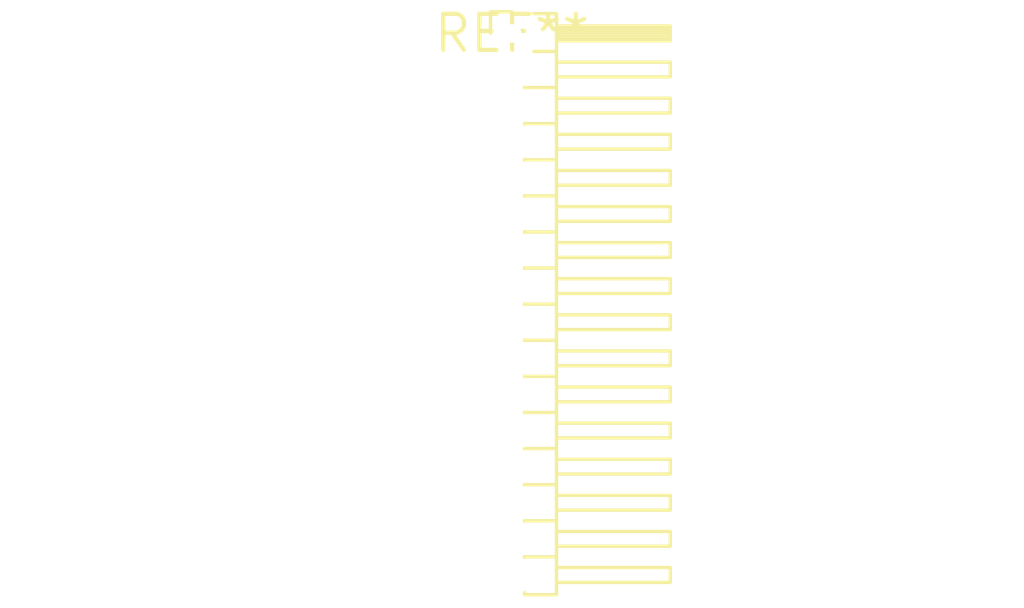
<source format=kicad_pcb>
(kicad_pcb (version 20240108) (generator pcbnew)
  (layers (0 "F.Cu" signal) (31 "B.Cu" signal) (34 "B.Paste" user) (35 "F.Paste" user) (36 "B.SilkS" user "B.Silkscreen") (37 "F.SilkS" user "F.Silkscreen") (38 "B.Mask" user) (39 "F.Mask" user) (44 "Edge.Cuts" user))
  (net 0 "")
  (footprint "PinHeader_1x16_P1.27mm_Horizontal" (layer "F.Cu") (at 0 0)
    (property "Reference" "REF**")
    (property "Value" "PinHeader_1x16_P1.27mm_Horizontal")
    (fp_line (start -0.76 -0.76) (end 0 -0.76) (layer "F.SilkS") (stroke (width 0.12)))
    (fp_line (start -0.76 0) (end -0.76 -0.76) (layer "F.SilkS") (stroke (width 0.12)))
    (fp_line (start 0.44 1.889677) (end 0.44 1.920323) (layer "F.SilkS") (stroke (width 0.12)))
    (fp_line (start 0.44 1.905) (end 1.56 1.905) (layer "F.SilkS") (stroke (width 0.12)))
    (fp_line (start 0.44 3.159677) (end 0.44 3.190323) (layer "F.SilkS") (stroke (width 0.12)))
    (fp_line (start 0.44 3.175) (end 1.56 3.175) (layer "F.SilkS") (stroke (width 0.12)))
    (fp_line (start 0.44 4.429677) (end 0.44 4.460323) (layer "F.SilkS") (stroke (width 0.12)))
    (fp_line (start 0.44 4.445) (end 1.56 4.445) (layer "F.SilkS") (stroke (width 0.12)))
    (fp_line (start 0.44 5.699677) (end 0.44 5.730323) (layer "F.SilkS") (stroke (width 0.12)))
    (fp_line (start 0.44 5.715) (end 1.56 5.715) (layer "F.SilkS") (stroke (width 0.12)))
    (fp_line (start 0.44 6.969677) (end 0.44 7.000323) (layer "F.SilkS") (stroke (width 0.12)))
    (fp_line (start 0.44 6.985) (end 1.56 6.985) (layer "F.SilkS") (stroke (width 0.12)))
    (fp_line (start 0.44 8.239677) (end 0.44 8.270323) (layer "F.SilkS") (stroke (width 0.12)))
    (fp_line (start 0.44 8.255) (end 1.56 8.255) (layer "F.SilkS") (stroke (width 0.12)))
    (fp_line (start 0.44 9.509677) (end 0.44 9.540323) (layer "F.SilkS") (stroke (width 0.12)))
    (fp_line (start 0.44 9.525) (end 1.56 9.525) (layer "F.SilkS") (stroke (width 0.12)))
    (fp_line (start 0.44 10.779677) (end 0.44 10.810323) (layer "F.SilkS") (stroke (width 0.12)))
    (fp_line (start 0.44 10.795) (end 1.56 10.795) (layer "F.SilkS") (stroke (width 0.12)))
    (fp_line (start 0.44 12.049677) (end 0.44 12.080323) (layer "F.SilkS") (stroke (width 0.12)))
    (fp_line (start 0.44 12.065) (end 1.56 12.065) (layer "F.SilkS") (stroke (width 0.12)))
    (fp_line (start 0.44 13.319677) (end 0.44 13.350323) (layer "F.SilkS") (stroke (width 0.12)))
    (fp_line (start 0.44 13.335) (end 1.56 13.335) (layer "F.SilkS") (stroke (width 0.12)))
    (fp_line (start 0.44 14.589677) (end 0.44 14.620323) (layer "F.SilkS") (stroke (width 0.12)))
    (fp_line (start 0.44 14.605) (end 1.56 14.605) (layer "F.SilkS") (stroke (width 0.12)))
    (fp_line (start 0.44 15.859677) (end 0.44 15.890323) (layer "F.SilkS") (stroke (width 0.12)))
    (fp_line (start 0.44 15.875) (end 1.56 15.875) (layer "F.SilkS") (stroke (width 0.12)))
    (fp_line (start 0.44 17.129677) (end 0.44 17.160323) (layer "F.SilkS") (stroke (width 0.12)))
    (fp_line (start 0.44 17.145) (end 1.56 17.145) (layer "F.SilkS") (stroke (width 0.12)))
    (fp_line (start 0.44 18.399677) (end 0.44 18.430323) (layer "F.SilkS") (stroke (width 0.12)))
    (fp_line (start 0.44 18.415) (end 1.56 18.415) (layer "F.SilkS") (stroke (width 0.12)))
    (fp_line (start 0.44 19.745) (end 0.44 19.669677) (layer "F.SilkS") (stroke (width 0.12)))
    (fp_line (start 0.76 -0.695) (end 1.56 -0.695) (layer "F.SilkS") (stroke (width 0.12)))
    (fp_line (start 0.76 0.635) (end 1.56 0.635) (layer "F.SilkS") (stroke (width 0.12)))
    (fp_line (start 1.56 -0.695) (end 1.56 19.745) (layer "F.SilkS") (stroke (width 0.12)))
    (fp_line (start 1.56 -0.26) (end 5.56 -0.26) (layer "F.SilkS") (stroke (width 0.12)))
    (fp_line (start 1.56 -0.2) (end 5.56 -0.2) (layer "F.SilkS") (stroke (width 0.12)))
    (fp_line (start 1.56 -0.08) (end 5.56 -0.08) (layer "F.SilkS") (stroke (width 0.12)))
    (fp_line (start 1.56 0.04) (end 5.56 0.04) (layer "F.SilkS") (stroke (width 0.12)))
    (fp_line (start 1.56 0.16) (end 5.56 0.16) (layer "F.SilkS") (stroke (width 0.12)))
    (fp_line (start 1.56 1.01) (end 5.56 1.01) (layer "F.SilkS") (stroke (width 0.12)))
    (fp_line (start 1.56 2.28) (end 5.56 2.28) (layer "F.SilkS") (stroke (width 0.12)))
    (fp_line (start 1.56 3.55) (end 5.56 3.55) (layer "F.SilkS") (stroke (width 0.12)))
    (fp_line (start 1.56 4.82) (end 5.56 4.82) (layer "F.SilkS") (stroke (width 0.12)))
    (fp_line (start 1.56 6.09) (end 5.56 6.09) (layer "F.SilkS") (stroke (width 0.12)))
    (fp_line (start 1.56 7.36) (end 5.56 7.36) (layer "F.SilkS") (stroke (width 0.12)))
    (fp_line (start 1.56 8.63) (end 5.56 8.63) (layer "F.SilkS") (stroke (width 0.12)))
    (fp_line (start 1.56 9.9) (end 5.56 9.9) (layer "F.SilkS") (stroke (width 0.12)))
    (fp_line (start 1.56 11.17) (end 5.56 11.17) (layer "F.SilkS") (stroke (width 0.12)))
    (fp_line (start 1.56 12.44) (end 5.56 12.44) (layer "F.SilkS") (stroke (width 0.12)))
    (fp_line (start 1.56 13.71) (end 5.56 13.71) (layer "F.SilkS") (stroke (width 0.12)))
    (fp_line (start 1.56 14.98) (end 5.56 14.98) (layer "F.SilkS") (stroke (width 0.12)))
    (fp_line (start 1.56 16.25) (end 5.56 16.25) (layer "F.SilkS") (stroke (width 0.12)))
    (fp_line (start 1.56 17.52) (end 5.56 17.52) (layer "F.SilkS") (stroke (width 0.12)))
    (fp_line (start 1.56 18.79) (end 5.56 18.79) (layer "F.SilkS") (stroke (width 0.12)))
    (fp_line (start 1.56 19.745) (end 0.44 19.745) (layer "F.SilkS") (stroke (width 0.12)))
    (fp_line (start 5.56 -0.26) (end 5.56 0.26) (layer "F.SilkS") (stroke (width 0.12)))
    (fp_line (start 5.56 0.26) (end 1.56 0.26) (layer "F.SilkS") (stroke (width 0.12)))
    (fp_line (start 5.56 1.01) (end 5.56 1.53) (layer "F.SilkS") (stroke (width 0.12)))
    (fp_line (start 5.56 1.53) (end 1.56 1.53) (layer "F.SilkS") (stroke (width 0.12)))
    (fp_line (start 5.56 2.28) (end 5.56 2.8) (layer "F.SilkS") (stroke (width 0.12)))
    (fp_line (start 5.56 2.8) (end 1.56 2.8) (layer "F.SilkS") (stroke (width 0.12)))
    (fp_line (start 5.56 3.55) (end 5.56 4.07) (layer "F.SilkS") (stroke (width 0.12)))
    (fp_line (start 5.56 4.07) (end 1.56 4.07) (layer "F.SilkS") (stroke (width 0.12)))
    (fp_line (start 5.56 4.82) (end 5.56 5.34) (layer "F.SilkS") (stroke (width 0.12)))
    (fp_line (start 5.56 5.34) (end 1.56 5.34) (layer "F.SilkS") (stroke (width 0.12)))
    (fp_line (start 5.56 6.09) (end 5.56 6.61) (layer "F.SilkS") (stroke (width 0.12)))
    (fp_line (start 5.56 6.61) (end 1.56 6.61) (layer "F.SilkS") (stroke (width 0.12)))
    (fp_line (start 5.56 7.36) (end 5.56 7.88) (layer "F.SilkS") (stroke (width 0.12)))
    (fp_line (start 5.56 7.88) (end 1.56 7.88) (layer "F.SilkS") (stroke (width 0.12)))
    (fp_line (start 5.56 8.63) (end 5.56 9.15) (layer "F.SilkS") (stroke (width 0.12)))
    (fp_line (start 5.56 9.15) (end 1.56 9.15) (layer "F.SilkS") (stroke (width 0.12)))
    (fp_line (start 5.56 9.9) (end 5.56 10.42) (layer "F.SilkS") (stroke (width 0.12)))
    (fp_line (start 5.56 10.42) (end 1.56 10.42) (layer "F.SilkS") (stroke (width 0.12)))
    (fp_line (start 5.56 11.17) (end 5.56 11.69) (layer "F.SilkS") (stroke (width 0.12)))
    (fp_line (start 5.56 11.69) (end 1.56 11.69) (layer "F.SilkS") (stroke (width 0.12)))
    (fp_line (start 5.56 12.44) (end 5.56 12.96) (layer "F.SilkS") (stroke (width 0.12)))
    (fp_line (start 5.56 12.96) (end 1.56 12.96) (layer "F.SilkS") (stroke (width 0.12)))
    (fp_line (start 5.56 13.71) (end 5.56 14.23) (layer "F.SilkS") (stroke (width 0.12)))
    (fp_line (start 5.56 14.23) (end 1.56 14.23) (layer "F.SilkS") (stroke (width 0.12)))
    (fp_line (start 5.56 14.98) (end 5.56 15.5) (layer "F.SilkS") (stroke (width 0.12)))
    (fp_line (start 5.56 15.5) (end 1.56 15.5) (layer "F.SilkS") (stroke (width 0.12)))
    (fp_line (start 5.56 16.25) (end 5.56 16.77) (layer "F.SilkS") (stroke (width 0.12)))
    (fp_line (start 5.56 16.77) (end 1.56 16.77) (layer "F.SilkS") (stroke (width 0.12)))
    (fp_line (start 5.56 17.52) (end 5.56 18.04) (layer "F.SilkS") (stroke (width 0.12)))
    (fp_line (start 5.56 18.04) (end 1.56 18.04) (layer "F.SilkS") (stroke (width 0.12)))
    (fp_line (start 5.56 18.79) (end 5.56 19.31) (layer "F.SilkS") (stroke (width 0.12)))
    (fp_line (start 5.56 19.31) (end 1.56 19.31) (layer "F.SilkS") (stroke (width 0.12)))
    (pad "1" thru_hole rect (at 0 0) (size 1 1) (drill 0.65) (layers *.Cu *.Mask) (remove_unused_layers))
    (pad "2" thru_hole oval (at 0 1.27) (size 1 1) (drill 0.65) (layers *.Cu *.Mask) (remove_unused_layers))
    (pad "3" thru_hole oval (at 0 2.54) (size 1 1) (drill 0.65) (layers *.Cu *.Mask) (remove_unused_layers))
    (pad "4" thru_hole oval (at 0 3.81) (size 1 1) (drill 0.65) (layers *.Cu *.Mask) (remove_unused_layers))
    (pad "5" thru_hole oval (at 0 5.08) (size 1 1) (drill 0.65) (layers *.Cu *.Mask) (remove_unused_layers))
    (pad "6" thru_hole oval (at 0 6.35) (size 1 1) (drill 0.65) (layers *.Cu *.Mask) (remove_unused_layers))
    (pad "7" thru_hole oval (at 0 7.62) (size 1 1) (drill 0.65) (layers *.Cu *.Mask) (remove_unused_layers))
    (pad "8" thru_hole oval (at 0 8.89) (size 1 1) (drill 0.65) (layers *.Cu *.Mask) (remove_unused_layers))
    (pad "9" thru_hole oval (at 0 10.16) (size 1 1) (drill 0.65) (layers *.Cu *.Mask) (remove_unused_layers))
    (pad "10" thru_hole oval (at 0 11.43) (size 1 1) (drill 0.65) (layers *.Cu *.Mask) (remove_unused_layers))
    (pad "11" thru_hole oval (at 0 12.7) (size 1 1) (drill 0.65) (layers *.Cu *.Mask) (remove_unused_layers))
    (pad "12" thru_hole oval (at 0 13.97) (size 1 1) (drill 0.65) (layers *.Cu *.Mask) (remove_unused_layers))
    (pad "13" thru_hole oval (at 0 15.24) (size 1 1) (drill 0.65) (layers *.Cu *.Mask) (remove_unused_layers))
    (pad "14" thru_hole oval (at 0 16.51) (size 1 1) (drill 0.65) (layers *.Cu *.Mask) (remove_unused_layers))
    (pad "15" thru_hole oval (at 0 17.78) (size 1 1) (drill 0.65) (layers *.Cu *.Mask) (remove_unused_layers))
    (pad "16" thru_hole oval (at 0 19.05) (size 1 1) (drill 0.65) (layers *.Cu *.Mask) (remove_unused_layers))
  )
)
</source>
